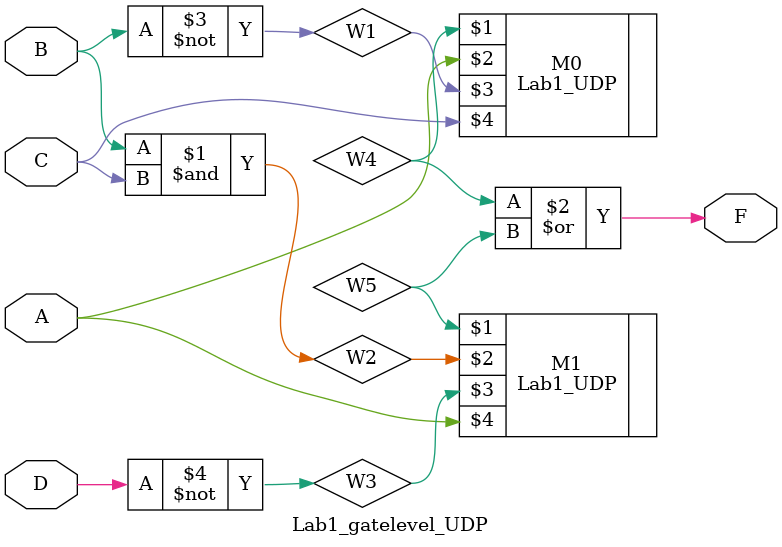
<source format=v>
module Lab1_gatelevel_UDP (F, A, B, C, D);

    output F;
    input A, B, C, D;
    wire W1, W2, W3, W4, W5;

    and G2(W2, B, C);
    not G1(W1, B);
	not G3(W3, D);

    Lab1_UDP M0(W4, A, W1, C);
    Lab1_UDP M1(W5, W2, W3, A);

    or G4(F, W4, W5);

endmodule
</source>
